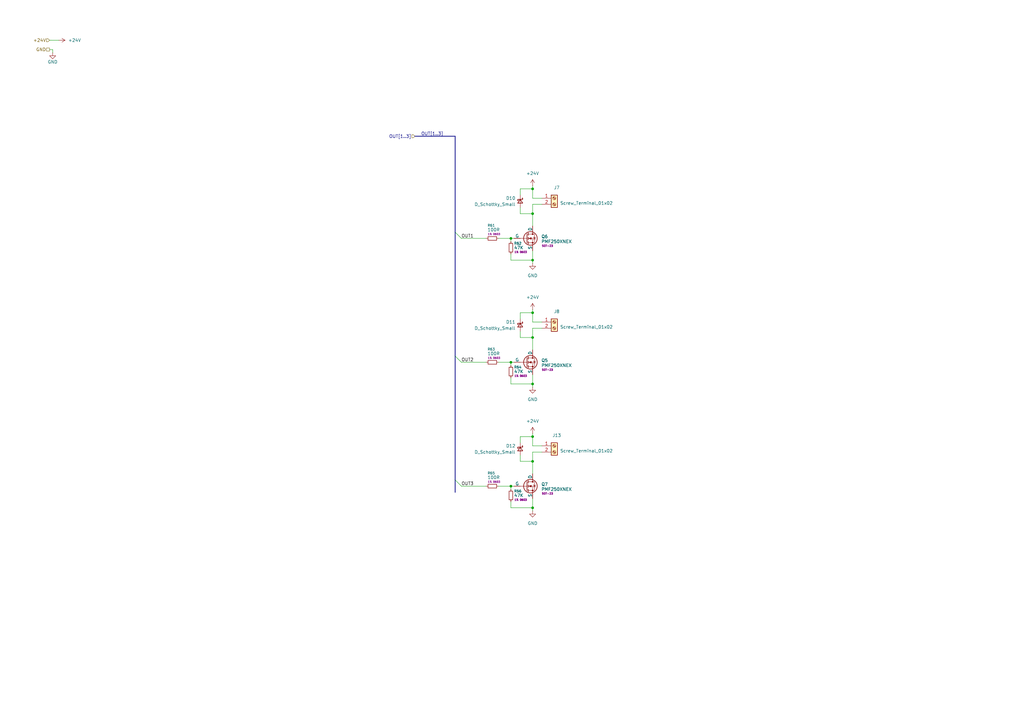
<source format=kicad_sch>
(kicad_sch (version 20250114) (generator "eeschema") (generator_version "9.0")
  (paper "A3")
  (lib_symbols
    (symbol "Connector:Screw_Terminal_01x02" (pin_names (offset 1.016) (hide yes))
      (property "Reference" "J" (at 0 2.54 0))
      (property "Value" "Screw_Terminal_01x02" (at 0 -5.08 0))
      (symbol "Screw_Terminal_01x02_1_1"
        (rectangle (start -1.27 1.27) (end 1.27 -3.81) (stroke (width 0.254)) (fill (type background)))
        (polyline (pts (xy -0.5334 0.3302) (xy 0.3302 -0.508)) (stroke (width 0.1524)))
        (polyline (pts (xy -0.5334 -2.2098) (xy 0.3302 -3.048)) (stroke (width 0.1524)))
        (polyline (pts (xy -0.3556 0.508) (xy 0.508 -0.3302)) (stroke (width 0.1524)))
        (polyline (pts (xy -0.3556 -2.032) (xy 0.508 -2.8702)) (stroke (width 0.1524)))
        (circle (center 0 0) (radius 0.635) (stroke (width 0.1524)))
        (circle (center 0 -2.54) (radius 0.635) (stroke (width 0.1524)))
        (pin passive line (at -5.08 0 0) (length 3.81) (name "Pin_1") (number "1"))
        (pin passive line (at -5.08 -2.54 0) (length 3.81) (name "Pin_2") (number "2"))
      )
    )
    (symbol "Device:D_Schottky_Small" (pin_numbers (hide yes)) (pin_names (offset 0.254) (hide yes))
      (property "Reference" "D" (at -1.27 2.032 0))
      (property "Value" "D_Schottky_Small" (at -7.112 -2.032 0))
      (symbol "D_Schottky_Small_0_1"
        (polyline (pts (xy -1.27 0.762) (xy -1.27 1.016) (xy -0.762 1.016) (xy -0.762 -1.016) (xy -0.254 -1.016) (xy -0.254 -0.762)) (stroke (width 0.254)))
        (polyline (pts (xy -0.762 0) (xy 0.762 0)))
        (polyline (pts (xy 0.762 -1.016) (xy -0.762 0) (xy 0.762 1.016) (xy 0.762 -1.016)) (stroke (width 0.254)))
      )
      (symbol "D_Schottky_Small_1_1"
        (pin passive line (at -2.54 0 0) (length 1.778) (name "K") (number "1"))
        (pin passive line (at 2.54 0 180) (length 1.778) (name "A") (number "2"))
      )
    )
    (symbol "Device:R_Small" (pin_numbers (hide yes)) (pin_names (offset 0.254) (hide yes))
      (property "Reference" "R" (at 0 0 90))
      (property "Value" "R_Small" (at 1.778 0 90))
      (symbol "R_Small_0_1"
        (rectangle (start -0.762 1.778) (end 0.762 -1.778) (stroke (width 0.2032)))
      )
      (symbol "R_Small_1_1"
        (pin passive line (at 0 2.54 270) (length 0.762) (name "~") (number "1"))
        (pin passive line (at 0 -2.54 90) (length 0.762) (name "~") (number "2"))
      )
    )
    (symbol "Simulation_SPICE:NMOS" (pin_numbers (hide yes)) (pin_names (offset 0))
      (property "Reference" "Q" (at 5.08 1.27 0))
      (property "Value" "NMOS" (at 5.08 -1.27 0))
      (symbol "NMOS_0_1"
        (polyline (pts (xy 0.254 1.905) (xy 0.254 -1.905)) (stroke (width 0.254)))
        (polyline (pts (xy 0.254 0) (xy -2.54 0)))
        (polyline (pts (xy 0.762 2.286) (xy 0.762 1.27)) (stroke (width 0.254)))
        (polyline (pts (xy 0.762 0.508) (xy 0.762 -0.508)) (stroke (width 0.254)))
        (polyline (pts (xy 0.762 -1.27) (xy 0.762 -2.286)) (stroke (width 0.254)))
        (polyline (pts (xy 0.762 -1.778) (xy 3.302 -1.778) (xy 3.302 1.778) (xy 0.762 1.778)))
        (polyline (pts (xy 1.016 0) (xy 2.032 0.381) (xy 2.032 -0.381) (xy 1.016 0)) (fill (type outline)))
        (circle (center 1.651 0) (radius 2.794) (stroke (width 0.254)))
        (polyline (pts (xy 2.54 2.54) (xy 2.54 1.778)))
        (circle (center 2.54 1.778) (radius 0.254) (fill (type outline)))
        (circle (center 2.54 -1.778) (radius 0.254) (fill (type outline)))
        (polyline (pts (xy 2.54 -2.54) (xy 2.54 0) (xy 0.762 0)))
        (polyline (pts (xy 2.794 0.508) (xy 2.921 0.381) (xy 3.683 0.381) (xy 3.81 0.254)))
        (polyline (pts (xy 3.302 0.381) (xy 2.921 -0.254) (xy 3.683 -0.254) (xy 3.302 0.381)))
      )
      (symbol "NMOS_1_1"
        (pin input line (at -5.08 0 0) (length 2.54) (name "G") (number "2"))
        (pin passive line (at 2.54 5.08 270) (length 2.54) (name "D") (number "1"))
        (pin passive line (at 2.54 -5.08 90) (length 2.54) (name "S") (number "3"))
      )
    )
    (symbol "power:+24V" (power) (pin_numbers (hide yes)) (pin_names (offset 0) (hide yes))
      (property "Value" "+24V" (at 0 3.556 0))
      (symbol "+24V_0_1"
        (polyline (pts (xy -0.762 1.27) (xy 0 2.54)))
        (polyline (pts (xy 0 2.54) (xy 0.762 1.27)))
        (polyline (pts (xy 0 0) (xy 0 2.54)))
      )
      (symbol "+24V_1_1"
        (pin power_in line (at 0 0 90) (length 0) (name "~") (number "1"))
      )
    )
    (symbol "power:GND" (power) (pin_numbers (hide yes)) (pin_names (offset 0) (hide yes))
      (property "Value" "GND" (at 0 -3.81 0))
      (symbol "GND_0_1"
        (polyline (pts (xy 0 0) (xy 0 -1.27) (xy 1.27 -1.27) (xy 0 -2.54) (xy -1.27 -1.27) (xy 0 -1.27)))
      )
      (symbol "GND_1_1"
        (pin power_in line (at 0 0 270) (length 0) (name "~") (number "1"))
      )
    )
  )
  (junction (at 209.55 199.39))
  (junction (at 218.44 106.68))
  (junction (at 218.44 128.27))
  (junction (at 218.44 189.23))
  (junction (at 218.44 77.47))
  (junction (at 209.55 148.59))
  (junction (at 218.44 157.48))
  (junction (at 218.44 138.43))
  (junction (at 218.44 87.63))
  (junction (at 209.55 97.79))
  (junction (at 218.44 208.28))
  (junction (at 218.44 179.07))
  (bus_entry (at 186.69 196.85) (size 2.54 2.54))
  (bus_entry (at 186.69 146.05) (size 2.54 2.54))
  (bus_entry (at 186.69 95.25) (size 2.54 2.54))
  (wire (pts (xy 222.25 182.88) (xy 218.44 182.88)))
  (wire (pts (xy 189.23 97.79) (xy 199.39 97.79)))
  (wire (pts (xy 218.44 83.82) (xy 218.44 87.63)))
  (wire (pts (xy 218.44 77.47) (xy 218.44 81.28)))
  (wire (pts (xy 213.36 80.01) (xy 213.36 77.47)))
  (wire (pts (xy 20.32 20.32) (xy 21.59 20.32)))
  (wire (pts (xy 204.47 148.59) (xy 209.55 148.59)))
  (wire (pts (xy 209.55 97.79) (xy 210.82 97.79)))
  (wire (pts (xy 209.55 149.86) (xy 209.55 148.59)))
  (wire (pts (xy 213.36 85.09) (xy 213.36 87.63)))
  (wire (pts (xy 209.55 199.39) (xy 210.82 199.39)))
  (wire (pts (xy 218.44 208.28) (xy 218.44 209.55)))
  (wire (pts (xy 213.36 128.27) (xy 218.44 128.27)))
  (wire (pts (xy 204.47 97.79) (xy 209.55 97.79)))
  (wire (pts (xy 218.44 134.62) (xy 218.44 138.43)))
  (wire (pts (xy 213.36 186.69) (xy 213.36 189.23)))
  (wire (pts (xy 218.44 208.28) (xy 209.55 208.28)))
  (wire (pts (xy 218.44 157.48) (xy 209.55 157.48)))
  (wire (pts (xy 222.25 132.08) (xy 218.44 132.08)))
  (wire (pts (xy 209.55 148.59) (xy 210.82 148.59)))
  (wire (pts (xy 189.23 199.39) (xy 199.39 199.39)))
  (wire (pts (xy 218.44 134.62) (xy 222.25 134.62)))
  (wire (pts (xy 213.36 130.81) (xy 213.36 128.27)))
  (wire (pts (xy 213.36 77.47) (xy 218.44 77.47)))
  (wire (pts (xy 218.44 87.63) (xy 218.44 92.71)))
  (wire (pts (xy 204.47 199.39) (xy 209.55 199.39)))
  (wire (pts (xy 209.55 205.74) (xy 209.55 208.28)))
  (wire (pts (xy 213.36 87.63) (xy 218.44 87.63)))
  (wire (pts (xy 218.44 185.42) (xy 218.44 189.23)))
  (wire (pts (xy 213.36 138.43) (xy 218.44 138.43)))
  (bus (pts (xy 170.18 55.88) (xy 186.69 55.88)))
  (wire (pts (xy 218.44 83.82) (xy 222.25 83.82)))
  (wire (pts (xy 218.44 138.43) (xy 218.44 143.51)))
  (wire (pts (xy 209.55 104.14) (xy 209.55 106.68)))
  (wire (pts (xy 213.36 179.07) (xy 218.44 179.07)))
  (bus (pts (xy 186.69 95.25) (xy 186.69 55.88)))
  (wire (pts (xy 21.59 20.32) (xy 21.59 21.59)))
  (wire (pts (xy 213.36 189.23) (xy 218.44 189.23)))
  (wire (pts (xy 218.44 177.8) (xy 218.44 179.07)))
  (wire (pts (xy 218.44 106.68) (xy 209.55 106.68)))
  (wire (pts (xy 218.44 153.67) (xy 218.44 157.48)))
  (wire (pts (xy 218.44 106.68) (xy 218.44 107.95)))
  (wire (pts (xy 218.44 189.23) (xy 218.44 194.31)))
  (wire (pts (xy 218.44 204.47) (xy 218.44 208.28)))
  (wire (pts (xy 213.36 181.61) (xy 213.36 179.07)))
  (wire (pts (xy 20.32 16.51) (xy 24.13 16.51)))
  (wire (pts (xy 218.44 179.07) (xy 218.44 182.88)))
  (wire (pts (xy 213.36 135.89) (xy 213.36 138.43)))
  (wire (pts (xy 218.44 157.48) (xy 218.44 158.75)))
  (bus (pts (xy 186.69 146.05) (xy 186.69 95.25)))
  (wire (pts (xy 189.23 148.59) (xy 199.39 148.59)))
  (wire (pts (xy 218.44 128.27) (xy 218.44 132.08)))
  (bus (pts (xy 186.69 201.93) (xy 186.69 196.85)))
  (wire (pts (xy 218.44 76.2) (xy 218.44 77.47)))
  (wire (pts (xy 218.44 102.87) (xy 218.44 106.68)))
  (wire (pts (xy 209.55 99.06) (xy 209.55 97.79)))
  (wire (pts (xy 222.25 81.28) (xy 218.44 81.28)))
  (wire (pts (xy 218.44 185.42) (xy 222.25 185.42)))
  (bus (pts (xy 186.69 196.85) (xy 186.69 146.05)))
  (wire (pts (xy 209.55 154.94) (xy 209.55 157.48)))
  (wire (pts (xy 209.55 200.66) (xy 209.55 199.39)))
  (wire (pts (xy 218.44 127) (xy 218.44 128.27)))
  (label "OUT1" (at 189.23 97.79 0))
  (label "OUT3" (at 189.23 199.39 0))
  (label "OUT2" (at 189.23 148.59 0))
  (label "OUT[1..3]" (at 172.72 55.88 0))
  (hierarchical_label "GND" (shape passive) (at 20.32 20.32 180))
  (hierarchical_label "+24V" (shape input) (at 20.32 16.51 180))
  (hierarchical_label "OUT[1..3]" (shape input) (at 170.18 55.88 180))
  (symbol (lib_id "Connector:Screw_Terminal_01x02") (at 227.33 182.88 0) (unit 1)
    (property "Reference" "J13" (at 228.346 178.562 0))
    (property "Value" "Screw_Terminal_01x02" (at 240.538 184.912 0))
    (property "Footprint" "TerminalBlock_MetzConnect:TerminalBlock_MetzConnect_Type059_RT06302HBWC_1x02_P3.50mm_Horizontal" (effects (hide yes)))
    (property "Description" "Generic screw terminal, single row, 01x02, script generated (kicad-library-utils/schlib/autogen/connector/)" (effects (hide yes)))
  )
  (symbol (lib_id "power:+24V") (at 24.13 16.51 270) (unit 1)
    (property "Reference" "#PWR0124" (effects (hide yes)))
    (property "Value" "+24V" (at 27.94 16.5099 90) (effects (justify left)))
    (property "Description" "Power symbol creates a global label with name \"+24V\"" (effects (hide yes)))
  )
  (symbol (lib_id "Device:R_Small") (at 209.55 203.2 0) (unit 1)
    (property "Reference" "R66" (at 210.82 201.422 0) (effects (font (size 1.016 1.016)) (justify left)))
    (property "Value" "47K" (at 210.82 203.2 0) (effects (justify left)))
    (property "Footprint" "Resistor_SMD:R_0603_1608Metric" (effects (hide yes)))
    (property "Description" "Resistor, small symbol" (effects (hide yes)))
    (property "Case" "0603" (at 214.63 204.978 0) (effects (font (size 0.762 0.762))))
    (property "Tolerance" "1%" (at 211.836 204.978 0) (effects (font (size 0.762 0.762))))
  )
  (symbol (lib_id "Device:R_Small") (at 209.55 152.4 0) (unit 1)
    (property "Reference" "R64" (at 210.82 150.622 0) (effects (font (size 1.016 1.016)) (justify left)))
    (property "Value" "47K" (at 210.82 152.4 0) (effects (justify left)))
    (property "Footprint" "Resistor_SMD:R_0603_1608Metric" (effects (hide yes)))
    (property "Description" "Resistor, small symbol" (effects (hide yes)))
    (property "Case" "0603" (at 214.63 154.178 0) (effects (font (size 0.762 0.762))))
    (property "Tolerance" "1%" (at 211.836 154.178 0) (effects (font (size 0.762 0.762))))
  )
  (symbol (lib_id "Simulation_SPICE:NMOS") (at 215.9 199.39 0) (unit 1)
    (property "Reference" "Q7" (at 221.996 198.628 0) (effects (justify left)))
    (property "Value" "PMF250XNEX" (at 221.996 200.66 0) (effects (justify left)))
    (property "Footprint" "Package_TO_SOT_SMD:TSOT-23" (effects (hide yes)))
    (property "Datasheet" "https://ngspice.sourceforge.io/docs/ngspice-html-manual/manual.xhtml#cha_MOSFETs" (effects (hide yes)))
    (property "Description" "N-MOSFET transistor, drain/source/gate" (effects (hide yes)))
    (property "Sim.Device" "NMOS" (effects (hide yes)))
    (property "Sim.Type" "VDMOS" (effects (hide yes)))
    (property "Sim.Pins" "1=D 2=G 3=S" (effects (hide yes)))
    (property "case" "SOT-23" (at 224.536 202.438 0) (effects (font (size 0.762 0.762))))
  )
  (symbol (lib_id "power:GND") (at 21.59 21.59 0) (unit 1)
    (property "Reference" "#PWR093" (effects (hide yes)))
    (property "Value" "GND" (at 21.59 25.4 0))
    (property "Description" "Power symbol creates a global label with name \"GND\" , ground" (effects (hide yes)))
  )
  (symbol (lib_id "Simulation_SPICE:NMOS") (at 215.9 148.59 0) (unit 1)
    (property "Reference" "Q5" (at 221.996 147.828 0) (effects (justify left)))
    (property "Value" "PMF250XNEX" (at 221.996 149.86 0) (effects (justify left)))
    (property "Footprint" "Package_TO_SOT_SMD:TSOT-23" (effects (hide yes)))
    (property "Datasheet" "https://ngspice.sourceforge.io/docs/ngspice-html-manual/manual.xhtml#cha_MOSFETs" (effects (hide yes)))
    (property "Description" "N-MOSFET transistor, drain/source/gate" (effects (hide yes)))
    (property "Sim.Device" "NMOS" (effects (hide yes)))
    (property "Sim.Type" "VDMOS" (effects (hide yes)))
    (property "Sim.Pins" "1=D 2=G 3=S" (effects (hide yes)))
    (property "case" "SOT-23" (at 224.536 151.638 0) (effects (font (size 0.762 0.762))))
  )
  (symbol (lib_id "Device:D_Schottky_Small") (at 213.36 82.55 270) (unit 1)
    (property "Reference" "D10" (at 207.518 81.28 90) (effects (justify left)))
    (property "Value" "D_Schottky_Small" (at 194.564 83.82 90) (effects (justify left)))
    (property "Footprint" "Diode_SMD:D_SOD-323F" (effects (hide yes)))
    (property "Description" "Schottky diode, small symbol" (effects (hide yes)))
  )
  (symbol (lib_id "Simulation_SPICE:NMOS") (at 215.9 97.79 0) (unit 1)
    (property "Reference" "Q6" (at 221.996 97.028 0) (effects (justify left)))
    (property "Value" "PMF250XNEX" (at 221.996 99.06 0) (effects (justify left)))
    (property "Footprint" "Package_TO_SOT_SMD:TSOT-23" (effects (hide yes)))
    (property "Datasheet" "https://ngspice.sourceforge.io/docs/ngspice-html-manual/manual.xhtml#cha_MOSFETs" (effects (hide yes)))
    (property "Description" "N-MOSFET transistor, drain/source/gate" (effects (hide yes)))
    (property "Sim.Device" "NMOS" (effects (hide yes)))
    (property "Sim.Type" "VDMOS" (effects (hide yes)))
    (property "Sim.Pins" "1=D 2=G 3=S" (effects (hide yes)))
    (property "case" "SOT-23" (at 224.536 100.838 0) (effects (font (size 0.762 0.762))))
  )
  (symbol (lib_id "Device:D_Schottky_Small") (at 213.36 133.35 270) (unit 1)
    (property "Reference" "D11" (at 207.518 132.08 90) (effects (justify left)))
    (property "Value" "D_Schottky_Small" (at 194.564 134.62 90) (effects (justify left)))
    (property "Footprint" "Diode_SMD:D_SOD-323F" (effects (hide yes)))
    (property "Description" "Schottky diode, small symbol" (effects (hide yes)))
  )
  (symbol (lib_id "Device:D_Schottky_Small") (at 213.36 184.15 270) (unit 1)
    (property "Reference" "D12" (at 207.518 182.88 90) (effects (justify left)))
    (property "Value" "D_Schottky_Small" (at 194.564 185.42 90) (effects (justify left)))
    (property "Footprint" "Diode_SMD:D_SOD-323F" (effects (hide yes)))
    (property "Description" "Schottky diode, small symbol" (effects (hide yes)))
  )
  (symbol (lib_id "power:GND") (at 218.44 209.55 0) (unit 1)
    (property "Reference" "#PWR086" (effects (hide yes)))
    (property "Value" "GND" (at 218.44 214.63 0))
    (property "Description" "Power symbol creates a global label with name \"GND\" , ground" (effects (hide yes)))
  )
  (symbol (lib_id "power:+24V") (at 218.44 177.8 0) (unit 1)
    (property "Reference" "#PWR085" (effects (hide yes)))
    (property "Value" "+24V" (at 218.44 172.72 0))
    (property "Description" "Power symbol creates a global label with name \"+24V\"" (effects (hide yes)))
  )
  (symbol (lib_id "power:GND") (at 218.44 158.75 0) (unit 1)
    (property "Reference" "#PWR084" (effects (hide yes)))
    (property "Value" "GND" (at 218.44 163.83 0))
    (property "Description" "Power symbol creates a global label with name \"GND\" , ground" (effects (hide yes)))
  )
  (symbol (lib_id "power:GND") (at 218.44 107.95 0) (unit 1)
    (property "Reference" "#PWR082" (effects (hide yes)))
    (property "Value" "GND" (at 218.44 113.03 0))
    (property "Description" "Power symbol creates a global label with name \"GND\" , ground" (effects (hide yes)))
  )
  (symbol (lib_id "Device:R_Small") (at 201.93 199.39 90) (unit 1)
    (property "Reference" "R65" (at 199.898 194.056 90) (effects (font (size 1.016 1.016)) (justify right)))
    (property "Value" "100R" (at 199.898 195.834 90) (effects (justify right)))
    (property "Footprint" "Resistor_SMD:R_0603_1608Metric" (effects (hide yes)))
    (property "Description" "Resistor, small symbol" (effects (hide yes)))
    (property "Case" "0603" (at 203.708 197.612 90) (effects (font (size 0.762 0.762))))
    (property "Tolerance" "1%" (at 200.914 197.612 90) (effects (font (size 0.762 0.762))))
  )
  (symbol (lib_id "Device:R_Small") (at 201.93 97.79 90) (unit 1)
    (property "Reference" "R61" (at 199.898 92.456 90) (effects (font (size 1.016 1.016)) (justify right)))
    (property "Value" "100R" (at 199.898 94.234 90) (effects (justify right)))
    (property "Footprint" "Resistor_SMD:R_0603_1608Metric" (effects (hide yes)))
    (property "Description" "Resistor, small symbol" (effects (hide yes)))
    (property "Case" "0603" (at 203.708 96.012 90) (effects (font (size 0.762 0.762))))
    (property "Tolerance" "1%" (at 200.914 96.012 90) (effects (font (size 0.762 0.762))))
  )
  (symbol (lib_id "power:+24V") (at 218.44 127 0) (unit 1)
    (property "Reference" "#PWR083" (effects (hide yes)))
    (property "Value" "+24V" (at 218.44 121.92 0))
    (property "Description" "Power symbol creates a global label with name \"+24V\"" (effects (hide yes)))
  )
  (symbol (lib_id "Device:R_Small") (at 201.93 148.59 90) (unit 1)
    (property "Reference" "R63" (at 199.898 143.256 90) (effects (font (size 1.016 1.016)) (justify right)))
    (property "Value" "100R" (at 199.898 145.034 90) (effects (justify right)))
    (property "Footprint" "Resistor_SMD:R_0603_1608Metric" (effects (hide yes)))
    (property "Description" "Resistor, small symbol" (effects (hide yes)))
    (property "Case" "0603" (at 203.708 146.812 90) (effects (font (size 0.762 0.762))))
    (property "Tolerance" "1%" (at 200.914 146.812 90) (effects (font (size 0.762 0.762))))
  )
  (symbol (lib_id "Connector:Screw_Terminal_01x02") (at 227.33 132.08 0) (unit 1)
    (property "Reference" "J8" (at 228.346 127.762 0))
    (property "Value" "Screw_Terminal_01x02" (at 240.538 134.112 0))
    (property "Footprint" "TerminalBlock_MetzConnect:TerminalBlock_MetzConnect_Type059_RT06302HBWC_1x02_P3.50mm_Horizontal" (effects (hide yes)))
    (property "Description" "Generic screw terminal, single row, 01x02, script generated (kicad-library-utils/schlib/autogen/connector/)" (effects (hide yes)))
  )
  (symbol (lib_id "power:+24V") (at 218.44 76.2 0) (unit 1)
    (property "Reference" "#PWR081" (effects (hide yes)))
    (property "Value" "+24V" (at 218.44 71.12 0))
    (property "Description" "Power symbol creates a global label with name \"+24V\"" (effects (hide yes)))
  )
  (symbol (lib_id "Device:R_Small") (at 209.55 101.6 0) (unit 1)
    (property "Reference" "R62" (at 210.82 99.822 0) (effects (font (size 1.016 1.016)) (justify left)))
    (property "Value" "47K" (at 210.82 101.6 0) (effects (justify left)))
    (property "Footprint" "Resistor_SMD:R_0603_1608Metric" (effects (hide yes)))
    (property "Description" "Resistor, small symbol" (effects (hide yes)))
    (property "Case" "0603" (at 214.63 103.378 0) (effects (font (size 0.762 0.762))))
    (property "Tolerance" "1%" (at 211.836 103.378 0) (effects (font (size 0.762 0.762))))
  )
  (symbol (lib_id "Connector:Screw_Terminal_01x02") (at 227.33 81.28 0) (unit 1)
    (property "Reference" "J7" (at 228.346 76.962 0))
    (property "Value" "Screw_Terminal_01x02" (at 240.538 83.312 0))
    (property "Footprint" "TerminalBlock_MetzConnect:TerminalBlock_MetzConnect_Type059_RT06302HBWC_1x02_P3.50mm_Horizontal" (effects (hide yes)))
    (property "Description" "Generic screw terminal, single row, 01x02, script generated (kicad-library-utils/schlib/autogen/connector/)" (effects (hide yes)))
  )
)
</source>
